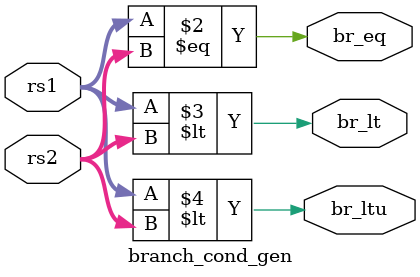
<source format=sv>
`timescale 1ns / 1ps

// branch_cond_gen.v
// Members: Daniel Gutierrez
// Description:
// 
// 

module branch_cond_gen(
    input [31:0] rs1,
    input [31:0] rs2,
    output logic br_eq,
    output logic br_lt,
    output logic br_ltu
    );
    
    always_comb begin
        br_eq = (rs1 == rs2);
        br_lt = ($signed(rs1) < $signed(rs2));
        br_ltu = (rs1 < rs2);
    end
endmodule

</source>
